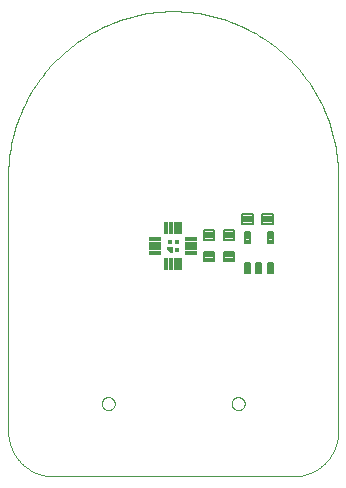
<source format=gtp>
G75*
%MOIN*%
%OFA0B0*%
%FSLAX25Y25*%
%IPPOS*%
%LPD*%
%AMOC8*
5,1,8,0,0,1.08239X$1,22.5*
%
%ADD10C,0.00787*%
%ADD11C,0.00709*%
%ADD12C,0.00000*%
%ADD13R,0.03937X0.01181*%
%ADD14R,0.01181X0.03937*%
%ADD15R,0.01772X0.01772*%
%ADD16C,0.00300*%
%ADD17R,0.01181X0.01181*%
D10*
X0066716Y0075181D02*
X0070260Y0075181D01*
X0066716Y0075181D02*
X0066716Y0078331D01*
X0070260Y0078331D01*
X0070260Y0075181D01*
X0070260Y0075967D02*
X0066716Y0075967D01*
X0066716Y0076753D02*
X0070260Y0076753D01*
X0070260Y0077539D02*
X0066716Y0077539D01*
X0066716Y0078325D02*
X0070260Y0078325D01*
X0070300Y0082268D02*
X0066756Y0082268D01*
X0066756Y0085418D01*
X0070300Y0085418D01*
X0070300Y0082268D01*
X0070300Y0083054D02*
X0066756Y0083054D01*
X0066756Y0083840D02*
X0070300Y0083840D01*
X0070300Y0084626D02*
X0066756Y0084626D01*
X0066756Y0085412D02*
X0070300Y0085412D01*
X0073448Y0082268D02*
X0076992Y0082268D01*
X0073448Y0082268D02*
X0073448Y0085418D01*
X0076992Y0085418D01*
X0076992Y0082268D01*
X0076992Y0083054D02*
X0073448Y0083054D01*
X0073448Y0083840D02*
X0076992Y0083840D01*
X0076992Y0084626D02*
X0073448Y0084626D01*
X0073448Y0085412D02*
X0076992Y0085412D01*
X0079669Y0090752D02*
X0083213Y0090752D01*
X0083213Y0087602D01*
X0079669Y0087602D01*
X0079669Y0090752D01*
X0079669Y0088388D02*
X0083213Y0088388D01*
X0083213Y0089174D02*
X0079669Y0089174D01*
X0079669Y0089960D02*
X0083213Y0089960D01*
X0083213Y0090746D02*
X0079669Y0090746D01*
X0086362Y0090752D02*
X0089906Y0090752D01*
X0089906Y0087602D01*
X0086362Y0087602D01*
X0086362Y0090752D01*
X0086362Y0088388D02*
X0089906Y0088388D01*
X0089906Y0089174D02*
X0086362Y0089174D01*
X0086362Y0089960D02*
X0089906Y0089960D01*
X0089906Y0090746D02*
X0086362Y0090746D01*
X0076953Y0075181D02*
X0073409Y0075181D01*
X0073409Y0078331D01*
X0076953Y0078331D01*
X0076953Y0075181D01*
X0076953Y0075967D02*
X0073409Y0075967D01*
X0073409Y0076753D02*
X0076953Y0076753D01*
X0076953Y0077539D02*
X0073409Y0077539D01*
X0073409Y0078325D02*
X0076953Y0078325D01*
D11*
X0080614Y0081342D02*
X0082268Y0081342D01*
X0080614Y0081342D02*
X0080614Y0084768D01*
X0082268Y0084768D01*
X0082268Y0081342D01*
X0082268Y0082050D02*
X0080614Y0082050D01*
X0080614Y0082758D02*
X0082268Y0082758D01*
X0082268Y0083466D02*
X0080614Y0083466D01*
X0080614Y0084174D02*
X0082268Y0084174D01*
X0088094Y0081342D02*
X0089748Y0081342D01*
X0088094Y0081342D02*
X0088094Y0084768D01*
X0089748Y0084768D01*
X0089748Y0081342D01*
X0089748Y0082050D02*
X0088094Y0082050D01*
X0088094Y0082758D02*
X0089748Y0082758D01*
X0089748Y0083466D02*
X0088094Y0083466D01*
X0088094Y0084174D02*
X0089748Y0084174D01*
X0089748Y0071106D02*
X0088094Y0071106D01*
X0088094Y0074532D01*
X0089748Y0074532D01*
X0089748Y0071106D01*
X0089748Y0071814D02*
X0088094Y0071814D01*
X0088094Y0072522D02*
X0089748Y0072522D01*
X0089748Y0073230D02*
X0088094Y0073230D01*
X0088094Y0073938D02*
X0089748Y0073938D01*
X0086008Y0071106D02*
X0084354Y0071106D01*
X0084354Y0074532D01*
X0086008Y0074532D01*
X0086008Y0071106D01*
X0086008Y0071814D02*
X0084354Y0071814D01*
X0084354Y0072522D02*
X0086008Y0072522D01*
X0086008Y0073230D02*
X0084354Y0073230D01*
X0084354Y0073938D02*
X0086008Y0073938D01*
X0082268Y0071106D02*
X0080614Y0071106D01*
X0080614Y0074532D01*
X0082268Y0074532D01*
X0082268Y0071106D01*
X0082268Y0071814D02*
X0080614Y0071814D01*
X0080614Y0072522D02*
X0082268Y0072522D01*
X0082268Y0073230D02*
X0080614Y0073230D01*
X0080614Y0073938D02*
X0082268Y0073938D01*
D12*
X0001618Y0103429D02*
X0001618Y0018429D01*
X0001622Y0018067D01*
X0001636Y0017704D01*
X0001657Y0017342D01*
X0001688Y0016981D01*
X0001727Y0016621D01*
X0001775Y0016262D01*
X0001832Y0015904D01*
X0001897Y0015547D01*
X0001971Y0015192D01*
X0002054Y0014839D01*
X0002145Y0014488D01*
X0002244Y0014140D01*
X0002352Y0013794D01*
X0002468Y0013450D01*
X0002593Y0013110D01*
X0002725Y0012773D01*
X0002866Y0012439D01*
X0003015Y0012108D01*
X0003172Y0011781D01*
X0003336Y0011458D01*
X0003508Y0011139D01*
X0003688Y0010825D01*
X0003876Y0010514D01*
X0004071Y0010209D01*
X0004273Y0009908D01*
X0004483Y0009612D01*
X0004699Y0009322D01*
X0004923Y0009036D01*
X0005153Y0008756D01*
X0005390Y0008482D01*
X0005634Y0008214D01*
X0005884Y0007951D01*
X0006140Y0007695D01*
X0006403Y0007445D01*
X0006671Y0007201D01*
X0006945Y0006964D01*
X0007225Y0006734D01*
X0007511Y0006510D01*
X0007801Y0006294D01*
X0008097Y0006084D01*
X0008398Y0005882D01*
X0008703Y0005687D01*
X0009014Y0005499D01*
X0009328Y0005319D01*
X0009647Y0005147D01*
X0009970Y0004983D01*
X0010297Y0004826D01*
X0010628Y0004677D01*
X0010962Y0004536D01*
X0011299Y0004404D01*
X0011639Y0004279D01*
X0011983Y0004163D01*
X0012329Y0004055D01*
X0012677Y0003956D01*
X0013028Y0003865D01*
X0013381Y0003782D01*
X0013736Y0003708D01*
X0014093Y0003643D01*
X0014451Y0003586D01*
X0014810Y0003538D01*
X0015170Y0003499D01*
X0015531Y0003468D01*
X0015893Y0003447D01*
X0016256Y0003433D01*
X0016618Y0003429D01*
X0096618Y0003429D01*
X0096980Y0003433D01*
X0097343Y0003447D01*
X0097705Y0003468D01*
X0098066Y0003499D01*
X0098426Y0003538D01*
X0098785Y0003586D01*
X0099143Y0003643D01*
X0099500Y0003708D01*
X0099855Y0003782D01*
X0100208Y0003865D01*
X0100559Y0003956D01*
X0100907Y0004055D01*
X0101253Y0004163D01*
X0101597Y0004279D01*
X0101937Y0004404D01*
X0102274Y0004536D01*
X0102608Y0004677D01*
X0102939Y0004826D01*
X0103266Y0004983D01*
X0103589Y0005147D01*
X0103908Y0005319D01*
X0104222Y0005499D01*
X0104533Y0005687D01*
X0104838Y0005882D01*
X0105139Y0006084D01*
X0105435Y0006294D01*
X0105725Y0006510D01*
X0106011Y0006734D01*
X0106291Y0006964D01*
X0106565Y0007201D01*
X0106833Y0007445D01*
X0107096Y0007695D01*
X0107352Y0007951D01*
X0107602Y0008214D01*
X0107846Y0008482D01*
X0108083Y0008756D01*
X0108313Y0009036D01*
X0108537Y0009322D01*
X0108753Y0009612D01*
X0108963Y0009908D01*
X0109165Y0010209D01*
X0109360Y0010514D01*
X0109548Y0010825D01*
X0109728Y0011139D01*
X0109900Y0011458D01*
X0110064Y0011781D01*
X0110221Y0012108D01*
X0110370Y0012439D01*
X0110511Y0012773D01*
X0110643Y0013110D01*
X0110768Y0013450D01*
X0110884Y0013794D01*
X0110992Y0014140D01*
X0111091Y0014488D01*
X0111182Y0014839D01*
X0111265Y0015192D01*
X0111339Y0015547D01*
X0111404Y0015904D01*
X0111461Y0016262D01*
X0111509Y0016621D01*
X0111548Y0016981D01*
X0111579Y0017342D01*
X0111600Y0017704D01*
X0111614Y0018067D01*
X0111618Y0018429D01*
X0111618Y0103429D01*
X0076107Y0027661D02*
X0076109Y0027754D01*
X0076115Y0027846D01*
X0076125Y0027938D01*
X0076139Y0028029D01*
X0076156Y0028120D01*
X0076178Y0028210D01*
X0076203Y0028299D01*
X0076232Y0028387D01*
X0076265Y0028473D01*
X0076302Y0028558D01*
X0076342Y0028642D01*
X0076386Y0028723D01*
X0076433Y0028803D01*
X0076483Y0028881D01*
X0076537Y0028956D01*
X0076594Y0029029D01*
X0076654Y0029099D01*
X0076717Y0029167D01*
X0076783Y0029232D01*
X0076851Y0029294D01*
X0076922Y0029354D01*
X0076996Y0029410D01*
X0077072Y0029463D01*
X0077150Y0029512D01*
X0077230Y0029559D01*
X0077312Y0029601D01*
X0077396Y0029641D01*
X0077481Y0029676D01*
X0077568Y0029708D01*
X0077656Y0029737D01*
X0077745Y0029761D01*
X0077835Y0029782D01*
X0077926Y0029798D01*
X0078018Y0029811D01*
X0078110Y0029820D01*
X0078203Y0029825D01*
X0078295Y0029826D01*
X0078388Y0029823D01*
X0078480Y0029816D01*
X0078572Y0029805D01*
X0078663Y0029790D01*
X0078754Y0029772D01*
X0078844Y0029749D01*
X0078932Y0029723D01*
X0079020Y0029693D01*
X0079106Y0029659D01*
X0079190Y0029622D01*
X0079273Y0029580D01*
X0079354Y0029536D01*
X0079434Y0029488D01*
X0079511Y0029437D01*
X0079585Y0029382D01*
X0079658Y0029324D01*
X0079728Y0029264D01*
X0079795Y0029200D01*
X0079859Y0029134D01*
X0079921Y0029064D01*
X0079979Y0028993D01*
X0080034Y0028919D01*
X0080086Y0028842D01*
X0080135Y0028763D01*
X0080181Y0028683D01*
X0080223Y0028600D01*
X0080261Y0028516D01*
X0080296Y0028430D01*
X0080327Y0028343D01*
X0080354Y0028255D01*
X0080377Y0028165D01*
X0080397Y0028075D01*
X0080413Y0027984D01*
X0080425Y0027892D01*
X0080433Y0027800D01*
X0080437Y0027707D01*
X0080437Y0027615D01*
X0080433Y0027522D01*
X0080425Y0027430D01*
X0080413Y0027338D01*
X0080397Y0027247D01*
X0080377Y0027157D01*
X0080354Y0027067D01*
X0080327Y0026979D01*
X0080296Y0026892D01*
X0080261Y0026806D01*
X0080223Y0026722D01*
X0080181Y0026639D01*
X0080135Y0026559D01*
X0080086Y0026480D01*
X0080034Y0026403D01*
X0079979Y0026329D01*
X0079921Y0026258D01*
X0079859Y0026188D01*
X0079795Y0026122D01*
X0079728Y0026058D01*
X0079658Y0025998D01*
X0079585Y0025940D01*
X0079511Y0025885D01*
X0079434Y0025834D01*
X0079355Y0025786D01*
X0079273Y0025742D01*
X0079190Y0025700D01*
X0079106Y0025663D01*
X0079020Y0025629D01*
X0078932Y0025599D01*
X0078844Y0025573D01*
X0078754Y0025550D01*
X0078663Y0025532D01*
X0078572Y0025517D01*
X0078480Y0025506D01*
X0078388Y0025499D01*
X0078295Y0025496D01*
X0078203Y0025497D01*
X0078110Y0025502D01*
X0078018Y0025511D01*
X0077926Y0025524D01*
X0077835Y0025540D01*
X0077745Y0025561D01*
X0077656Y0025585D01*
X0077568Y0025614D01*
X0077481Y0025646D01*
X0077396Y0025681D01*
X0077312Y0025721D01*
X0077230Y0025763D01*
X0077150Y0025810D01*
X0077072Y0025859D01*
X0076996Y0025912D01*
X0076922Y0025968D01*
X0076851Y0026028D01*
X0076783Y0026090D01*
X0076717Y0026155D01*
X0076654Y0026223D01*
X0076594Y0026293D01*
X0076537Y0026366D01*
X0076483Y0026441D01*
X0076433Y0026519D01*
X0076386Y0026599D01*
X0076342Y0026680D01*
X0076302Y0026764D01*
X0076265Y0026849D01*
X0076232Y0026935D01*
X0076203Y0027023D01*
X0076178Y0027112D01*
X0076156Y0027202D01*
X0076139Y0027293D01*
X0076125Y0027384D01*
X0076115Y0027476D01*
X0076109Y0027568D01*
X0076107Y0027661D01*
X0032800Y0027661D02*
X0032802Y0027754D01*
X0032808Y0027846D01*
X0032818Y0027938D01*
X0032832Y0028029D01*
X0032849Y0028120D01*
X0032871Y0028210D01*
X0032896Y0028299D01*
X0032925Y0028387D01*
X0032958Y0028473D01*
X0032995Y0028558D01*
X0033035Y0028642D01*
X0033079Y0028723D01*
X0033126Y0028803D01*
X0033176Y0028881D01*
X0033230Y0028956D01*
X0033287Y0029029D01*
X0033347Y0029099D01*
X0033410Y0029167D01*
X0033476Y0029232D01*
X0033544Y0029294D01*
X0033615Y0029354D01*
X0033689Y0029410D01*
X0033765Y0029463D01*
X0033843Y0029512D01*
X0033923Y0029559D01*
X0034005Y0029601D01*
X0034089Y0029641D01*
X0034174Y0029676D01*
X0034261Y0029708D01*
X0034349Y0029737D01*
X0034438Y0029761D01*
X0034528Y0029782D01*
X0034619Y0029798D01*
X0034711Y0029811D01*
X0034803Y0029820D01*
X0034896Y0029825D01*
X0034988Y0029826D01*
X0035081Y0029823D01*
X0035173Y0029816D01*
X0035265Y0029805D01*
X0035356Y0029790D01*
X0035447Y0029772D01*
X0035537Y0029749D01*
X0035625Y0029723D01*
X0035713Y0029693D01*
X0035799Y0029659D01*
X0035883Y0029622D01*
X0035966Y0029580D01*
X0036047Y0029536D01*
X0036127Y0029488D01*
X0036204Y0029437D01*
X0036278Y0029382D01*
X0036351Y0029324D01*
X0036421Y0029264D01*
X0036488Y0029200D01*
X0036552Y0029134D01*
X0036614Y0029064D01*
X0036672Y0028993D01*
X0036727Y0028919D01*
X0036779Y0028842D01*
X0036828Y0028763D01*
X0036874Y0028683D01*
X0036916Y0028600D01*
X0036954Y0028516D01*
X0036989Y0028430D01*
X0037020Y0028343D01*
X0037047Y0028255D01*
X0037070Y0028165D01*
X0037090Y0028075D01*
X0037106Y0027984D01*
X0037118Y0027892D01*
X0037126Y0027800D01*
X0037130Y0027707D01*
X0037130Y0027615D01*
X0037126Y0027522D01*
X0037118Y0027430D01*
X0037106Y0027338D01*
X0037090Y0027247D01*
X0037070Y0027157D01*
X0037047Y0027067D01*
X0037020Y0026979D01*
X0036989Y0026892D01*
X0036954Y0026806D01*
X0036916Y0026722D01*
X0036874Y0026639D01*
X0036828Y0026559D01*
X0036779Y0026480D01*
X0036727Y0026403D01*
X0036672Y0026329D01*
X0036614Y0026258D01*
X0036552Y0026188D01*
X0036488Y0026122D01*
X0036421Y0026058D01*
X0036351Y0025998D01*
X0036278Y0025940D01*
X0036204Y0025885D01*
X0036127Y0025834D01*
X0036048Y0025786D01*
X0035966Y0025742D01*
X0035883Y0025700D01*
X0035799Y0025663D01*
X0035713Y0025629D01*
X0035625Y0025599D01*
X0035537Y0025573D01*
X0035447Y0025550D01*
X0035356Y0025532D01*
X0035265Y0025517D01*
X0035173Y0025506D01*
X0035081Y0025499D01*
X0034988Y0025496D01*
X0034896Y0025497D01*
X0034803Y0025502D01*
X0034711Y0025511D01*
X0034619Y0025524D01*
X0034528Y0025540D01*
X0034438Y0025561D01*
X0034349Y0025585D01*
X0034261Y0025614D01*
X0034174Y0025646D01*
X0034089Y0025681D01*
X0034005Y0025721D01*
X0033923Y0025763D01*
X0033843Y0025810D01*
X0033765Y0025859D01*
X0033689Y0025912D01*
X0033615Y0025968D01*
X0033544Y0026028D01*
X0033476Y0026090D01*
X0033410Y0026155D01*
X0033347Y0026223D01*
X0033287Y0026293D01*
X0033230Y0026366D01*
X0033176Y0026441D01*
X0033126Y0026519D01*
X0033079Y0026599D01*
X0033035Y0026680D01*
X0032995Y0026764D01*
X0032958Y0026849D01*
X0032925Y0026935D01*
X0032896Y0027023D01*
X0032871Y0027112D01*
X0032849Y0027202D01*
X0032832Y0027293D01*
X0032818Y0027384D01*
X0032808Y0027476D01*
X0032802Y0027568D01*
X0032800Y0027661D01*
X0001618Y0103429D02*
X0001634Y0104768D01*
X0001683Y0106107D01*
X0001765Y0107444D01*
X0001879Y0108778D01*
X0002025Y0110110D01*
X0002204Y0111437D01*
X0002415Y0112760D01*
X0002659Y0114077D01*
X0002934Y0115388D01*
X0003241Y0116691D01*
X0003580Y0117987D01*
X0003950Y0119274D01*
X0004351Y0120552D01*
X0004784Y0121820D01*
X0005247Y0123077D01*
X0005741Y0124322D01*
X0006265Y0125555D01*
X0006818Y0126774D01*
X0007402Y0127980D01*
X0008014Y0129171D01*
X0008655Y0130347D01*
X0009325Y0131507D01*
X0010023Y0132650D01*
X0010748Y0133776D01*
X0011501Y0134884D01*
X0012280Y0135974D01*
X0013086Y0137044D01*
X0013917Y0138094D01*
X0014774Y0139123D01*
X0015656Y0140132D01*
X0016561Y0141118D01*
X0017491Y0142082D01*
X0018444Y0143024D01*
X0019419Y0143942D01*
X0020417Y0144835D01*
X0021436Y0145705D01*
X0022476Y0146549D01*
X0023536Y0147367D01*
X0024616Y0148160D01*
X0025714Y0148926D01*
X0026832Y0149665D01*
X0027966Y0150377D01*
X0029118Y0151060D01*
X0030286Y0151716D01*
X0031470Y0152343D01*
X0032668Y0152941D01*
X0033881Y0153509D01*
X0035107Y0154048D01*
X0036346Y0154557D01*
X0037597Y0155035D01*
X0038860Y0155483D01*
X0040132Y0155900D01*
X0041415Y0156286D01*
X0042707Y0156641D01*
X0044007Y0156964D01*
X0045314Y0157255D01*
X0046628Y0157514D01*
X0047948Y0157741D01*
X0049273Y0157936D01*
X0050603Y0158099D01*
X0051936Y0158229D01*
X0053271Y0158327D01*
X0054609Y0158392D01*
X0055948Y0158425D01*
X0057288Y0158425D01*
X0058627Y0158392D01*
X0059965Y0158327D01*
X0061300Y0158229D01*
X0062633Y0158099D01*
X0063963Y0157936D01*
X0065288Y0157741D01*
X0066608Y0157514D01*
X0067922Y0157255D01*
X0069229Y0156964D01*
X0070529Y0156641D01*
X0071821Y0156286D01*
X0073104Y0155900D01*
X0074376Y0155483D01*
X0075639Y0155035D01*
X0076890Y0154557D01*
X0078129Y0154048D01*
X0079355Y0153509D01*
X0080568Y0152941D01*
X0081766Y0152343D01*
X0082950Y0151716D01*
X0084118Y0151060D01*
X0085270Y0150377D01*
X0086404Y0149665D01*
X0087522Y0148926D01*
X0088620Y0148160D01*
X0089700Y0147367D01*
X0090760Y0146549D01*
X0091800Y0145705D01*
X0092819Y0144835D01*
X0093817Y0143942D01*
X0094792Y0143024D01*
X0095745Y0142082D01*
X0096675Y0141118D01*
X0097580Y0140132D01*
X0098462Y0139123D01*
X0099319Y0138094D01*
X0100150Y0137044D01*
X0100956Y0135974D01*
X0101735Y0134884D01*
X0102488Y0133776D01*
X0103213Y0132650D01*
X0103911Y0131507D01*
X0104581Y0130347D01*
X0105222Y0129171D01*
X0105834Y0127980D01*
X0106418Y0126774D01*
X0106971Y0125555D01*
X0107495Y0124322D01*
X0107989Y0123077D01*
X0108452Y0121820D01*
X0108885Y0120552D01*
X0109286Y0119274D01*
X0109656Y0117987D01*
X0109995Y0116691D01*
X0110302Y0115388D01*
X0110577Y0114077D01*
X0110821Y0112760D01*
X0111032Y0111437D01*
X0111211Y0110110D01*
X0111357Y0108778D01*
X0111471Y0107444D01*
X0111553Y0106107D01*
X0111602Y0104768D01*
X0111618Y0103429D01*
D13*
X0062681Y0082602D03*
X0062681Y0081028D03*
X0062681Y0079453D03*
X0062681Y0077878D03*
X0050555Y0077878D03*
X0050555Y0079453D03*
X0050555Y0081028D03*
X0050555Y0082602D03*
D14*
X0054256Y0086303D03*
X0055831Y0086303D03*
X0057406Y0086303D03*
X0058980Y0086303D03*
X0058980Y0074177D03*
X0057406Y0074177D03*
X0055831Y0074177D03*
X0054256Y0074177D03*
D15*
X0057858Y0079000D03*
X0057858Y0081520D03*
X0055378Y0081520D03*
D16*
X0054583Y0079835D02*
X0054571Y0079295D01*
X0055679Y0078277D01*
X0056146Y0078311D01*
X0056146Y0079807D01*
X0054583Y0079835D01*
X0054580Y0079710D02*
X0056146Y0079710D01*
X0056146Y0079411D02*
X0054573Y0079411D01*
X0054769Y0079113D02*
X0056146Y0079113D01*
X0056146Y0078814D02*
X0055094Y0078814D01*
X0055419Y0078516D02*
X0056146Y0078516D01*
D17*
X0057839Y0081500D03*
M02*

</source>
